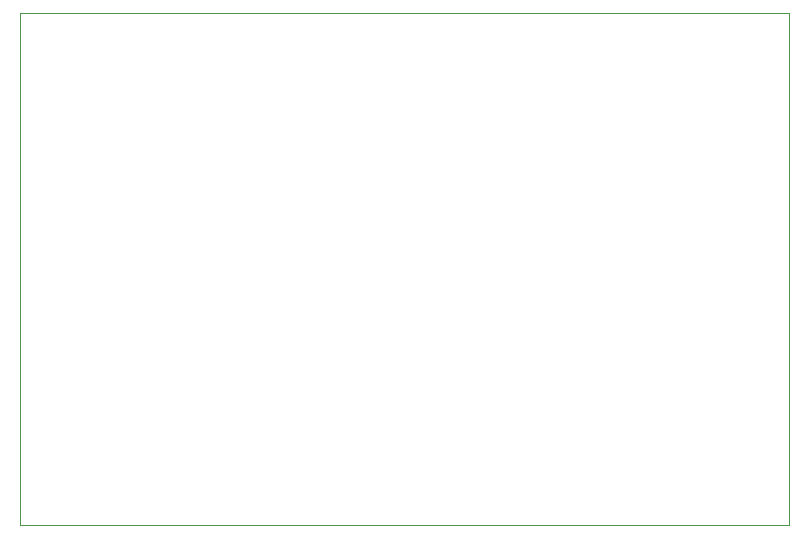
<source format=gbr>
%TF.GenerationSoftware,KiCad,Pcbnew,8.99.0-3419-gcbbcb5ae32*%
%TF.CreationDate,2025-07-01T05:37:36+08:00*%
%TF.ProjectId,pinder,70696e64-6572-42e6-9b69-6361645f7063,rev?*%
%TF.SameCoordinates,Original*%
%TF.FileFunction,Profile,NP*%
%FSLAX46Y46*%
G04 Gerber Fmt 4.6, Leading zero omitted, Abs format (unit mm)*
G04 Created by KiCad (PCBNEW 8.99.0-3419-gcbbcb5ae32) date 2025-07-01 05:37:36*
%MOMM*%
%LPD*%
G01*
G04 APERTURE LIST*
%TA.AperFunction,Profile*%
%ADD10C,0.050000*%
%TD*%
G04 APERTURE END LIST*
D10*
X95975000Y-51200000D02*
X161100000Y-51200000D01*
X161100000Y-94550000D01*
X95975000Y-94550000D01*
X95975000Y-51200000D01*
M02*

</source>
